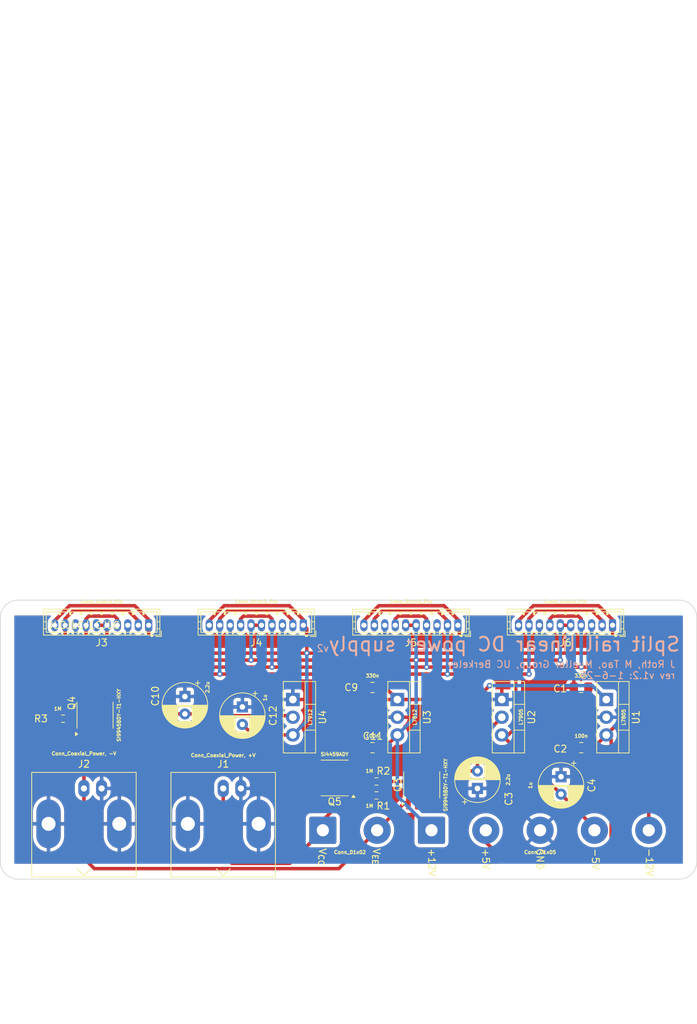
<source format=kicad_pcb>
(kicad_pcb (version 20240108) (generator "pcbnew") (generator_version "8.0")
  (layers (0 "F.Cu" signal) (31 "B.Cu" signal) (34 "B.Paste" user) (35 "F.Paste" user) (36 "B.SilkS" user "B.Silkscreen") (37 "F.SilkS" user "F.Silkscreen") (38 "B.Mask" user) (39 "F.Mask" user) (44 "Edge.Cuts" user))
  (net 0 "")
  (net 1 "VCC")
  (net 2 "GND")
  (net 3 "+12V")
  (net 4 "+5V")
  (net 5 "-5V")
  (net 6 "-12V")
  (net 7 "VEE")
  (net 8 "Net-(Q5-S)")
  (net 9 "Net-(Q3-S)")
  (net 10 "Net-(Q4-S)")
  (net 11 "Net-(Q3-G)")
  (net 12 "Net-(Q4-G)")
  (net 13 "Net-(Q5-G)")
  (footprint "matterwaves:BNC_Molex_0731385033" (layer "F.Cu") (at 97 143 180)
    (property "Reference" "J2" (at 0 3.5 0) (layer "F.SilkS"))
    (property "Value" "Conn_Coaxial_Power, -V" (at 0 5 0) (layer "F.SilkS") (effects (font (size 0.5 0.5) (thickness 0.125))))
    (pad "1" thru_hole oval (at 0 0 180) (size 1.6 2.5) (drill 0.89) (layers "*.Cu" "*.Mask") (net 7 "VEE"))
    (pad "2" thru_hole oval (at -5.08 -5.08 180) (size 3.5 7) (drill 2.01) (layers "*.Cu" "*.Mask") (net 2 "GND"))
    (pad "2" thru_hole oval (at -2.54 0 180) (size 1.6 2.5) (drill 0.89) (layers "*.Cu" "*.Mask") (net 2 "GND"))
    (pad "2" thru_hole oval (at 5.08 -5.08 180) (size 3.5 7) (drill 2.01) (layers "*.Cu" "*.Mask") (net 2 "GND"))
  )
  (footprint "Connector_JST:JST_ZH_B10B-ZR_1x10_P1.50mm_Vertical" (layer "F.Cu") (at 150.7 119.6 180)
    (property "Reference" "J5" (at 6.75 -2.5 180) (layer "F.SilkS"))
    (property "Value" "Conn_01x10_Pin" (at 6.75 3.4 180) (layer "F.SilkS") (effects (font (size 0.5 0.5))))
    (pad "1" thru_hole roundrect (at 0 0 180) (size 1.03 1.73) (drill 0.73) (layers "*.Cu" "*.Mask") (roundrect_rratio 0.242718) (net 6 "-12V"))
    (pad "2" thru_hole oval (at 1.5 0 180) (size 1.03 1.73) (drill 0.73) (layers "*.Cu" "*.Mask") (net 5 "-5V"))
    (pad "3" thru_hole oval (at 3 0 180) (size 1.03 1.73) (drill 0.73) (layers "*.Cu" "*.Mask") (net 2 "GND"))
    (pad "4" thru_hole oval (at 4.5 0 180) (size 1.03 1.73) (drill 0.73) (layers "*.Cu" "*.Mask") (net 4 "+5V"))
    (pad "5" thru_hole oval (at 6 0 180) (size 1.03 1.73) (drill 0.73) (layers "*.Cu" "*.Mask") (net 3 "+12V"))
    (pad "6" thru_hole oval (at 7.5 0 180) (size 1.03 1.73) (drill 0.73) (layers "*.Cu" "*.Mask") (net 3 "+12V"))
    (pad "7" thru_hole oval (at 9 0 180) (size 1.03 1.73) (drill 0.73) (layers "*.Cu" "*.Mask") (net 4 "+5V"))
    (pad "8" thru_hole oval (at 10.5 0 180) (size 1.03 1.73) (drill 0.73) (layers "*.Cu" "*.Mask") (net 2 "GND"))
    (pad "9" thru_hole oval (at 12 0 180) (size 1.03 1.73) (drill 0.73) (layers "*.Cu" "*.Mask") (net 5 "-5V"))
    (pad "10" thru_hole oval (at 13.5 0 180) (size 1.03 1.73) (drill 0.73) (layers "*.Cu" "*.Mask") (net 6 "-12V"))
  )
  (footprint "Package_SO:SOIC-8_3.9x4.9mm_P1.27mm" (layer "F.Cu") (at 133 141.5 180)
    (property "Reference" "Q5" (at 0 -3.4 0) (layer "F.SilkS"))
    (property "Value" "SI4459ADY" (at 0 3.4 0) (layer "F.SilkS") (effects (font (size 0.5 0.5))))
    (pad "1" smd roundrect (at -2.475 -1.905 180) (size 1.95 0.6) (layers "F.Cu" "F.Paste" "F.Mask") (net 1 "VCC"))
    (pad "2" smd roundrect (at -2.475 -0.635 180) (size 1.95 0.6) (layers "F.Cu" "F.Paste" "F.Mask") (net 13 "Net-(Q5-G)"))
    (pad "3" smd roundrect (at -2.475 0.635 180) (size 1.95 0.6) (layers "F.Cu" "F.Paste" "F.Mask") (net 8 "Net-(Q5-S)"))
    (pad "4" smd roundrect (at -2.475 1.905 180) (size 1.95 0.6) (layers "F.Cu" "F.Paste" "F.Mask"))
    (pad "5" smd roundrect (at 2.475 1.905 180) (size 1.95 0.6) (layers "F.Cu" "F.Paste" "F.Mask"))
    (pad "6" smd roundrect (at 2.475 0.635 180) (size 1.95 0.6) (layers "F.Cu" "F.Paste" "F.Mask"))
    (pad "7" smd roundrect (at 2.475 -0.635 180) (size 1.95 0.6) (layers "F.Cu" "F.Paste" "F.Mask"))
    (pad "8" smd roundrect (at 2.475 -1.905 180) (size 1.95 0.6) (layers "F.Cu" "F.Paste" "F.Mask"))
  )
  (footprint "matterwaves:BNC_Molex_0731385033" (layer "F.Cu") (at 117 143 180)
    (property "Reference" "J1" (at 0 3.5 0) (layer "F.SilkS"))
    (property "Value" "Conn_Coaxial_Power, +V" (at 0 4.75 0) (layer "F.SilkS") (effects (font (size 0.5 0.5) (thickness 0.125))))
    (pad "1" thru_hole oval (at 0 0 180) (size 1.6 2.5) (drill 0.89) (layers "*.Cu" "*.Mask") (net 1 "VCC"))
    (pad "2" thru_hole oval (at -5.08 -5.08 180) (size 3.5 7) (drill 2.01) (layers "*.Cu" "*.Mask") (net 2 "GND"))
    (pad "2" thru_hole oval (at -2.54 0 180) (size 1.6 2.5) (drill 0.89) (layers "*.Cu" "*.Mask") (net 2 "GND"))
    (pad "2" thru_hole oval (at 5.08 -5.08 180) (size 3.5 7) (drill 2.01) (layers "*.Cu" "*.Mask") (net 2 "GND"))
  )
  (footprint "Package_TO_SOT_THT:TO-220-3_Vertical" (layer "F.Cu") (at 142 130.25 -90)
    (property "Reference" "U3" (at 2.54 -4.27 90) (layer "F.SilkS"))
    (property "Value" "L7812" (at 2.54 -2.5 90) (layer "F.SilkS") (effects (font (size 0.5 0.5))))
    (pad "1" thru_hole rect (at 0 0 270) (size 1.905 2) (drill 1.1) (layers "*.Cu" "*.Mask") (net 8 "Net-(Q5-S)"))
    (pad "2" thru_hole oval (at 2.54 0 270) (size 1.905 2) (drill 1.1) (layers "*.Cu" "*.Mask") (net 2 "GND"))
    (pad "3" thru_hole oval (at 5.08 0 270) (size 1.905 2) (drill 1.1) (layers "*.Cu" "*.Mask") (net 3 "+12V"))
  )
  (footprint "Capacitor_SMD:C_0805_2012Metric_Pad1.18x1.45mm_HandSolder" (layer "F.Cu") (at 138.43 137.16 180)
    (property "Reference" "C11" (at -0.07 1.66 0) (layer "F.SilkS"))
    (property "Value" "100n" (at 0 1.68 0) (layer "F.SilkS") (effects (font (size 0.5 0.5))))
    (pad "1" smd roundrect (at -1.0375 0 180) (size 1.175 1.45) (layers "F.Cu" "F.Paste" "F.Mask") (roundrect_rratio 0.212766) (net 3 "+12V"))
    (pad "2" smd roundrect (at 1.0375 0 180) (size 1.175 1.45) (layers "F.Cu" "F.Paste" "F.Mask") (roundrect_rratio 0.212766) (net 2 "GND"))
  )
  (footprint "Capacitor_SMD:C_0805_2012Metric_Pad1.18x1.45mm_HandSolder" (layer "F.Cu") (at 168.3805 128.524 180)
    (property "Reference" "C1" (at 3 -0.17 0) (layer "F.SilkS"))
    (property "Value" "330n" (at 0 1.68 0) (layer "F.SilkS") (effects (font (size 0.5 0.5))))
    (pad "1" smd roundrect (at -1.0375 0 180) (size 1.175 1.45) (layers "F.Cu" "F.Paste" "F.Mask") (roundrect_rratio 0.2127659574) (net 8 "Net-(Q5-S)"))
    (pad "2" smd roundrect (at 1.0375 0 180) (size 1.175 1.45) (layers "F.Cu" "F.Paste" "F.Mask") (roundrect_rratio 0.2127659574) (net 2 "GND"))
  )
  (footprint "Resistor_SMD:R_0603_1608Metric" (layer "F.Cu") (at 94 133 180)
    (property "Reference" "R3" (at 3.175 0 0) (layer "F.SilkS"))
    (property "Value" "1M" (at 0.75 1.43 0) (layer "F.SilkS") (effects (font (size 0.5 0.5))))
    (pad "1" smd roundrect (at -0.825 0 180) (size 0.8 0.95) (layers "F.Cu" "F.Paste" "F.Mask") (net 12 "Net-(Q4-G)"))
    (pad "2" smd roundrect (at 0.825 0 180) (size 0.8 0.95) (layers "F.Cu" "F.Paste" "F.Mask") (net 2 "GND"))
  )
  (footprint "Capacitor_SMD:C_0805_2012Metric_Pad1.18x1.45mm_HandSolder" (layer "F.Cu") (at 168.402 137.16 180)
    (property "Reference" "C2" (at 3 -0.17 0) (layer "F.SilkS"))
    (property "Value" "100n" (at 0 1.68 0) (layer "F.SilkS") (effects (font (size 0.5 0.5))))
    (pad "1" smd roundrect (at -1.0375 0 180) (size 1.175 1.45) (layers "F.Cu" "F.Paste" "F.Mask") (roundrect_rratio 0.2127659574) (net 4 "+5V"))
    (pad "2" smd roundrect (at 1.0375 0 180) (size 1.175 1.45) (layers "F.Cu" "F.Paste" "F.Mask") (roundrect_rratio 0.2127659574) (net 2 "GND"))
  )
  (footprint "Connector_Wire:SolderWire-1sqmm_1x02_P7.8mm_D1.4mm_OD3.9mm" (layer "F.Cu") (at 131.3 149)
    (property "Reference" "J8" (hide yes))
    (property "Value" "Conn_01x02" (at 3.9 3.15 0) (layer "F.SilkS") (effects (font (size 0.5 0.5))))
    (pad "1" thru_hole roundrect (at 0 0) (size 3.9 3.9) (drill 1.75) (layers "*.Cu" "*.Mask") (roundrect_rratio 0.064103) (net 1 "VCC"))
    (pad "2" thru_hole circle (at 7.8 0) (size 3.9 3.9) (drill 1.75) (layers "*.Cu" "*.Mask") (net 7 "VEE"))
  )
  (footprint "Connector_JST:JST_ZH_B10B-ZR_1x10_P1.50mm_Vertical" (layer "F.Cu") (at 172.9 119.6 180)
    (property "Reference" "J6" (at 6.75 -2.5 180) (layer "F.SilkS"))
    (property "Value" "Conn_01x10_Pin" (at 6.75 3.4 180) (layer "F.SilkS") (effects (font (size 0.5 0.5))))
    (pad "1" thru_hole roundrect (at 0 0 180) (size 1.03 1.73) (drill 0.73) (layers "*.Cu" "*.Mask") (roundrect_rratio 0.242718) (net 6 "-12V"))
    (pad "2" thru_hole oval (at 1.5 0 180) (size 1.03 1.73) (drill 0.73) (layers "*.Cu" "*.Mask") (net 5 "-5V"))
    (pad "3" thru_hole oval (at 3 0 180) (size 1.03 1.73) (drill 0.73) (layers "*.Cu" "*.Mask") (net 2 "GND"))
    (pad "4" thru_hole oval (at 4.5 0 180) (size 1.03 1.73) (drill 0.73) (layers "*.Cu" "*.Mask") (net 4 "+5V"))
    (pad "5" thru_hole oval (at 6 0 180) (size 1.03 1.73) (drill 0.73) (layers "*.Cu" "*.Mask") (net 3 "+12V"))
    (pad "6" thru_hole oval (at 7.5 0 180) (size 1.03 1.73) (drill 0.73) (layers "*.Cu" "*.Mask") (net 3 "+12V"))
    (pad "7" thru_hole oval (at 9 0 180) (size 1.03 1.73) (drill 0.73) (layers "*.Cu" "*.Mask") (net 4 "+5V"))
    (pad "8" thru_hole oval (at 10.5 0 180) (size 1.03 1.73) (drill 0.73) (layers "*.Cu" "*.Mask") (net 2 "GND"))
    (pad "9" thru_hole oval (at 12 0 180) (size 1.03 1.73) (drill 0.73) (layers "*.Cu" "*.Mask") (net 5 "-5V"))
    (pad "10" thru_hole oval (at 13.5 0 180) (size 1.03 1.73) (drill 0.73) (layers "*.Cu" "*.Mask") (net 6 "-12V"))
  )
  (footprint "Package_TO_SOT_THT:TO-220-3_Vertical" (layer "F.Cu") (at 127 130.25 -90)
    (property "Reference" "U4" (at 2.54 -4.27 90) (layer "F.SilkS"))
    (property "Value" "L7912" (at 2.54 -2.5 90) (layer "F.SilkS") (effects (font (size 0.5 0.5))))
    (pad "1" thru_hole rect (at 0 0 270) (size 1.905 2) (drill 1.1) (layers "*.Cu" "*.Mask") (net 2 "GND"))
    (pad "2" thru_hole oval (at 2.54 0 270) (size 1.905 2) (drill 1.1) (layers "*.Cu" "*.Mask") (net 10 "Net-(Q4-S)"))
    (pad "3" thru_hole oval (at 5.08 0 270) (size 1.905 2) (drill 1.1) (layers "*.Cu" "*.Mask") (net 6 "-12V"))
  )
  (footprint "Resistor_SMD:R_0603_1608Metric" (layer "F.Cu") (at 139 144)
    (property "Reference" "R1" (at 1 1.5 0) (layer "F.SilkS"))
    (property "Value" "1M" (at -1 1.5 0) (layer "F.SilkS") (effects (font (size 0.5 0.5))))
    (pad "1" smd roundrect (at -0.825 0) (size 0.8 0.95) (layers "F.Cu" "F.Paste" "F.Mask") (net 13 "Net-(Q5-G)"))
    (pad "2" smd roundrect (at 0.825 0) (size 0.8 0.95) (layers "F.Cu" "F.Paste" "F.Mask") (net 2 "GND"))
  )
  (footprint "Capacitor_THT:CP_Radial_D6.3mm_P2.50mm" (layer "F.Cu") (at 111.5 129.817621 -90)
    (property "Reference" "C10" (at -0.067621 4.25 90) (layer "F.SilkS"))
    (property "Value" "2.2u" (at -1.317621 -3.25 90) (layer "F.SilkS") (effects (font (size 0.5 0.5))))
    (pad "1" thru_hole rect (at 0 0 270) (size 1.6 1.6) (drill 0.8) (layers "*.Cu" "*.Mask") (net 2 "GND"))
    (pad "2" thru_hole circle (at 2.5 0 270) (size 1.6 1.6) (drill 0.8) (layers "*.Cu" "*.Mask") (net 10 "Net-(Q4-S)"))
  )
  (footprint "Connector_Wire:SolderWire-1sqmm_1x05_P7.8mm_D1.4mm_OD3.9mm" (layer "F.Cu") (at 146.9 149)
    (property "Reference" "J7" (hide yes))
    (property "Value" "Conn_01x05" (at 15.6 3.15 0) (layer "F.SilkS") (effects (font (size 0.5 0.5))))
    (pad "1" thru_hole roundrect (at 0 0) (size 3.9 3.9) (drill 1.75) (layers "*.Cu" "*.Mask") (roundrect_rratio 0.064103) (net 3 "+12V"))
    (pad "2" thru_hole circle (at 7.8 0) (size 3.9 3.9) (drill 1.75) (layers "*.Cu" "*.Mask") (net 4 "+5V"))
    (pad "3" thru_hole circle (at 15.6 0) (size 3.9 3.9) (drill 1.75) (layers "*.Cu" "*.Mask") (net 2 "GND"))
    (pad "4" thru_hole circle (at 23.4 0) (size 3.9 3.9) (drill 1.75) (layers "*.Cu" "*.Mask") (net 5 "-5V"))
    (pad "5" thru_hole circle (at 31.2 0) (size 3.9 3.9) (drill 1.75) (layers "*.Cu" "*.Mask") (net 6 "-12V"))
  )
  (footprint "Capacitor_SMD:C_0805_2012Metric_Pad1.18x1.45mm_HandSolder" (layer "F.Cu") (at 138.43 128.524 180)
    (property "Reference" "C9" (at 3.048 0 0) (layer "F.SilkS"))
    (property "Value" "330n" (at 0 1.68 0) (layer "F.SilkS") (effects (font (size 0.5 0.5))))
    (pad "1" smd roundrect (at -1.0375 0 180) (size 1.175 1.45) (layers "F.Cu" "F.Paste" "F.Mask") (roundrect_rratio 0.212766) (net 8 "Net-(Q5-S)"))
    (pad "2" smd roundrect (at 1.0375 0 180) (size 1.175 1.45) (layers "F.Cu" "F.Paste" "F.Mask") (roundrect_rratio 0.212766) (net 2 "GND"))
  )
  (footprint "Connector_JST:JST_ZH_B10B-ZR_1x10_P1.50mm_Vertical" (layer "F.Cu") (at 128.5 119.6 180)
    (property "Reference" "J4" (at 6.75 -2.5 180) (layer "F.SilkS"))
    (property "Value" "Conn_01x10_Pin" (at 6.75 3.4 180) (layer "F.SilkS") (effects (font (size 0.5 0.5))))
    (pad "1" thru_hole roundrect (at 0 0 180) (size 1.03 1.73) (drill 0.73) (layers "*.Cu" "*.Mask") (roundrect_rratio 0.242718) (net 6 "-12V"))
    (pad "2" thru_hole oval (at 1.5 0 180) (size 1.03 1.73) (drill 0.73) (layers "*.Cu" "*.Mask") (net 5 "-5V"))
    (pad "3" thru_hole oval (at 3 0 180) (size 1.03 1.73) (drill 0.73) (layers "*.Cu" "*.Mask") (net 2 "GND"))
    (pad "4" thru_hole oval (at 4.5 0 180) (size 1.03 1.73) (drill 0.73) (layers "*.Cu" "*.Mask") (net 4 "+5V"))
    (pad "5" thru_hole oval (at 6 0 180) (size 1.03 1.73) (drill 0.73) (layers "*.Cu" "*.Mask") (net 3 "+12V"))
    (pad "6" thru_hole oval (at 7.5 0 180) (size 1.03 1.73) (drill 0.73) (layers "*.Cu" "*.Mask") (net 3 "+12V"))
    (pad "7" thru_hole oval (at 9 0 180) (size 1.03 1.73) (drill 0.73) (layers "*.Cu" "*.Mask") (net 4 "+5V"))
    (pad "8" thru_hole oval (at 10.5 0 180) (size 1.03 1.73) (drill 0.73) (layers "*.Cu" "*.Mask") (net 2 "GND"))
    (pad "9" thru_hole oval (at 12 0 180) (size 1.03 1.73) (drill 0.73) (layers "*.Cu" "*.Mask") (net 5 "-5V"))
    (pad "10" thru_hole oval (at 13.5 0 180) (size 1.03 1.73) (drill 0.73) (layers "*.Cu" "*.Mask") (net 6 "-12V"))
  )
  (footprint "Package_SO:SOP-8_3.76x4.96mm_P1.27mm" (layer "F.Cu") (at 145.5 142.5 90)
    (property "Reference" "Q3" (at 0 -3.43 90) (layer "F.SilkS"))
    (property "Value" "SI9945BDY-T1-HXY" (at 0 3.43 90) (layer "F.SilkS") (effects (font (size 0.5 0.5))))
    (pad "1" smd roundrect (at -2.5375 -1.905 90) (size 1.975 0.65) (layers "F.Cu" "F.Paste" "F.Mask") (net 7 "VEE"))
    (pad "2" smd roundrect (at -2.5375 -0.635 90) (size 1.975 0.65) (layers "F.Cu" "F.Paste" "F.Mask") (net 11 "Net-(Q3-G)"))
    (pad "3" smd roundrect (at -2.5375 0.635 90) (size 1.975 0.65) (layers "F.Cu" "F.Paste" "F.Mask") (net 9 "Net-(Q3-S)"))
    (pad "4" smd roundrect (at -2.5375 1.905 90) (size 1.975 0.65) (layers "F.Cu" "F.Paste" "F.Mask"))
    (pad "5" smd roundrect (at 2.5375 1.905 90) (size 1.975 0.65) (layers "F.Cu" "F.Paste" "F.Mask"))
    (pad "6" smd roundrect (at 2.5375 0.635 90) (size 1.975 0.65) (layers "F.Cu" "F.Paste" "F.Mask"))
    (pad "7" smd roundrect (at 2.5375 -0.635 90) (size 1.975 0.65) (layers "F.Cu" "F.Paste" "F.Mask"))
    (pad "8" smd roundrect (at 2.5375 -1.905 90) (size 1.975 0.65) (layers "F.Cu" "F.Paste" "F.Mask"))
  )
  (footprint "Capacitor_THT:CP_Radial_D6.3mm_P2.50mm" (layer "F.Cu") (at 165.5 141.317621 -90)
    (property "Reference" "C4" (at 1.25 -4.4 90) (layer "F.SilkS"))
    (property "Value" "1u" (at 1.25 4.4 90) (layer "F.SilkS") (effects (font (size 0.5 0.5))))
    (pad "1" thru_hole rect (at 0 0 270) (size 1.6 1.6) (drill 0.8) (layers "*.Cu" "*.Mask") (net 2 "GND"))
    (pad "2" thru_hole circle (at 2.5 0 270) (size 1.6 1.6) (drill 0.8) (layers "*.Cu" "*.Mask") (net 5 "-5V"))
  )
  (footprint "Package_TO_SOT_THT:TO-220-3_Vertical" (layer "F.Cu") (at 157 130.25 -90)
    (property "Reference" "U2" (at 2.54 -4.27 90) (layer "F.SilkS"))
    (property "Value" "L7905" (at 2.5 -2.75 90) (layer "F.SilkS") (effects (font (size 0.5 0.5))))
    (pad "1" thru_hole rect (at 0 0 270) (size 1.905 2) (drill 1.1) (layers "*.Cu" "*.Mask") (net 2 "GND"))
    (pad "2" thru_hole oval (at 2.54 0 270) (size 1.905 2) (drill 1.1) (layers "*.Cu" "*.Mask") (net 9 "Net-(Q3-S)"))
    (pad "3" thru_hole oval (at 5.08 0 270) (size 1.905 2) (drill 1.1) (layers "*.Cu" "*.Mask") (net 5 "-5V"))
  )
  (footprint "Package_TO_SOT_THT:TO-220-3_Vertical" (layer "F.Cu") (at 172 130.25 -90)
    (property "Reference" "U1" (at 2.54 -4.27 90) (layer "F.SilkS"))
    (property "Value" "L7805" (at 2.54 -2.5 90) (layer "F.SilkS") (effects (font (size 0.5 0.5))))
    (pad "1" thru_hole rect (at 0 0 270) (size 1.905 2) (drill 1.1) (layers "*.Cu" "*.Mask") (net 8 "Net-(Q5-S)"))
    (pad "2" thru_hole oval (at 2.54 0 270) (size 1.905 2) (drill 1.1) (layers "*.Cu" "*.Mask") (net 2 "GND"))
    (pad "3" thru_hole oval (at 5.08 0 270) (size 1.905 2) (drill 1.1) (layers "*.Cu" "*.Mask") (net 4 "+5V"))
  )
  (footprint "Capacitor_THT:CP_Radial_D6.3mm_P2.50mm" (layer "F.Cu") (at 153.5 143 90)
    (property "Reference" "C3" (at -1.5 4.5 90) (layer "F.SilkS"))
    (property "Value" "2.2u" (at 1.25 4.4 90) (layer "F.SilkS") (effects (font (size 0.5 0.5))))
    (pad "1" thru_hole rect (at 0 0 90) (size 1.6 1.6) (drill 0.8) (layers "*.Cu" "*.Mask") (net 2 "GND"))
    (pad "2" thru_hole circle (at 2.5 0 90) (size 1.6 1.6) (drill 0.8) (layers "*.Cu" "*.Mask") (net 9 "Net-(Q3-S)"))
  )
  (footprint "Resistor_SMD:R_0603_1608Metric" (layer "F.Cu") (at 139 142 180)
    (property "Reference" "R2" (at -1 1.5 0) (layer "F.SilkS"))
    (property "Value" "1M" (at 1 1.5 0) (layer "F.SilkS") (effects (font (size 0.5 0.5))))
    (pad "1" smd roundrect (at -0.825 0 180) (size 0.8 0.95) (layers "F.Cu" "F.Paste" "F.Mask") (net 11 "Net-(Q3-G)"))
    (pad "2" smd roundrect (at 0.825 0 180) (size 0.8 0.95) (layers "F.Cu" "F.Paste" "F.Mask") (net 2 "GND"))
  )
  (footprint "Package_SO:SOP-8_3.76x4.96mm_P1.27mm" (layer "F.Cu") (at 98.595 132.5 90)
    (property "Reference" "Q4" (at 1.75 -3.345 90) (layer "F.SilkS"))
    (property "Value" "SI9945BDY-T1-HXY" (at 0 3.43 90) (layer "F.SilkS") (effects (font (size 0.5 0.5))))
    (pad "1" smd roundrect (at -2.5375 -1.905 90) (size 1.975 0.65) (layers "F.Cu" "F.Paste" "F.Mask") (net 7 "VEE"))
    (pad "2" smd roundrect (at -2.5375 -0.635 90) (size 1.975 0.65) (layers "F.Cu" "F.Paste" "F.Mask") (net 12 "Net-(Q4-G)"))
    (pad "3" smd roundrect (at -2.5375 0.635 90) (size 1.975 0.65) (layers "F.Cu" "F.Paste" "F.Mask") (net 10 "Net-(Q4-S)"))
    (pad "4" smd roundrect (at -2.5375 1.905 90) (size 1.975 0.65) (layers "F.Cu" "F.Paste" "F.Mask"))
    (pad "5" smd roundrect (at 2.5375 1.905 90) (size 1.975 0.65) (layers "F.Cu" "F.Paste" "F.Mask"))
    (pad "6" smd roundrect (at 2.5375 0.635 90) (size 1.975 0.65) (layers "F.Cu" "F.Paste" "F.Mask"))
    (pad "7" smd roundrect (at 2.5375 -0.635 90) (size 1.975 0.65) (layers "F.Cu" "F.Paste" "F.Mask"))
    (pad "8" smd roundrect (at 2.5375 -1.905 90) (size 1.975 0.65) (layers "F.Cu" "F.Paste" "F.Mask"))
  )
  (footprint "Capacitor_THT:CP_Radial_D6.3mm_P2.50mm" (layer "F.Cu") (at 119.75 131.317621 -90)
    (property "Reference" "C12" (at 1.25 -4.4 90) (layer "F.SilkS"))
    (property "Value" "1u" (at -1.317621 -3.25 90) (layer "F.SilkS") (effects (font (size 0.5 0.5))))
    (pad "1" thru_hole rect (at 0 0 270) (size 1.6 1.6) (drill 0.8) (layers "*.Cu" "*.Mask") (net 2 "GND"))
    (pad "2" thru_hole circle (at 2.5 0 270) (size 1.6 1.6) (drill 0.8) (layers "*.Cu" "*.Mask") (net 6 "-12V"))
  )
  (footprint "Connector_JST:JST_ZH_B10B-ZR_1x10_P1.50mm_Vertical" (layer "F.Cu") (at 106.3 119.6 180)
    (property "Reference" "J3" (at 6.75 -2.5 180) (layer "F.SilkS"))
    (property "Value" "Conn_01x10_Pin" (at 6.75 3.4 180) (layer "F.SilkS") (effects (font (size 0.5 0.5))))
    (pad "1" thru_hole roundrect (at 0 0 180) (size 1.03 1.73) (drill 0.73) (layers "*.Cu" "*.Mask") (roundrect_rratio 0.242718) (net 6 "-12V"))
    (pad "2" thru_hole oval (at 1.5 0 180) (size 1.03 1.73) (drill 0.73) (layers "*.Cu" "*.Mask") (net 5 "-5V"))
    (pad "3" thru_hole oval (at 3 0 180) (size 1.03 1.73) (drill 0.73) (layers "*.Cu" "*.Mask") (net 2 "GND"))
    (pad "4" thru_hole oval (at 4.5 0 180) (size 1.03 1.73) (drill 0.73) (layers "*.Cu" "*.Mask") (net 4 "+5V"))
    (pad "5" thru_hole oval (at 6 0 180) (size 1.03 1.73) (drill 0.73) (layers "*.Cu" "*.Mask") (net 3 "+12V"))
    (pad "6" thru_hole oval (at 7.5 0 180) (size 1.03 1.73) (drill 0.73) (layers "*.Cu" "*.Mask") (net 3 "+12V"))
    (pad "7" thru_hole oval (at 9 0 180) (size 1.03 1.73) (drill 0.73) (layers "*.Cu" "*.Mask") (net 4 "+5V"))
    (pad "8" thru_hole oval (at 10.5 0 180) (size 1.03 1.73) (drill 0.73) (layers "*.Cu" "*.Mask") (net 2 "GND"))
    (pad "9" thru_hole oval (at 12 0 180) (size 1.03 1.73) (drill 0.73) (layers "*.Cu" "*.Mask") (net 5 "-5V"))
    (pad "10" thru_hole oval (at 13.5 0 180) (size 1.03 1.73) (drill 0.73) (layers "*.Cu" "*.Mask") (net 6 "-12V"))
  )
  (gr_arc (start 87.5 156) (mid 85.732233 155.267767) (end 85 153.5) (stroke (width 0.1)) (layer "Edge.Cuts"))
  (gr_line (start 185 118.5) (end 185 153.5) (stroke (width 0.1)) (layer "Edge.Cuts"))
  (gr_line (start 87.5 116) (end 182.5 116) (stroke (width 0.1)) (layer "Edge.Cuts"))
  (gr_arc (start 182.5 116) (mid 184.267767 116.732233) (end 185 118.5) (stroke (width 0.1)) (layer "Edge.Cuts"))
  (gr_line (start 87.5 156) (end 182.5 156) (stroke (width 0.1)) (layer "Edge.Cuts"))
  (gr_arc (start 185 153.5) (mid 184.267767 155.267767) (end 182.5 156) (stroke (width 0.1)) (layer "Edge.Cuts"))
  (gr_arc (start 85 118.5) (mid 85.732233 116.732233) (end 87.5 116) (stroke (width 0.1)) (layer "Edge.Cuts"))
  (gr_line (start 85 118.5) (end 85 153.5) (stroke (width 0.1)) (layer "Edge.Cuts"))
  (gr_text "J Roth, M Tao, Mueller Group, UC Berkeley\nrev v1.2: 1-6-25" (at 182 126 0) (layer "B.SilkS") (effects (font (size 1 1)) (justify left mirror)))
  (gr_text "Split rail linear DC power supply" (at 182.75 123.5 0) (layer "B.SilkS") (effects (font (size 2 2) (thickness 0.3)) (justify left bottom mirror)))
  (gr_text "v2" (at 132.25 123.5 0) (layer "B.SilkS") (effects (font (size 1 1)) (justify left bottom mirror)))
  (gr_text "+5V" (at 154.7 151.5 270) (layer "F.SilkS") (effects (font (size 1 1)) (justify left)))
  (gr_text "GND" (at 162.5 151.5 270) (layer "F.SilkS") (effects (font (size 1 1)) (justify left)))
  (gr_text "-12V" (at 178.2 151.5 270) (layer "F.SilkS") (effects (font (size 1 1)) (justify left)))
  (gr_text "+12V" (at 146.95 151.5 270) (layer "F.SilkS") (effects (font (size 1 1)) (justify left)))
  (gr_text "JLCJLCJLCJLC" (at 97 119.6 0) (layer "F.SilkS") (effects (font (size 1 1))))
  (gr_text "V_{EE}" (at 139 151.5 270) (layer "F.SilkS") (effects (font (size 1 1)) (justify left)))
  (gr_text "-5V" (at 170.45 151.5 270) (layer "F.SilkS") (effects (font (size 1 1)) (justify left)))
  (gr_text "V_{CC}" (at 131.25 151.5 270) (layer "F.SilkS") (effects (font (size 1 1)) (justify left)))
  (segment (start 117 152.5) (end 118.25 153.75) (width 0.5) (layer "F.Cu") (net 1))
  (segment (start 117 143) (end 117 152.5) (width 0.5) (layer "F.Cu") (net 1))
  (segment (start 131.3 149) (end 131.3 147.58) (width 0.5) (layer "F.Cu") (net 1))
  (segment (start 118.25 153.75) (end 126.55 153.75) (width 0.5) (layer "F.Cu") (net 1))
  (segment (start 131.3 147.58) (end 135.475 143.405) (width 0.5) (layer "F.Cu") (net 1))
  (segment (start 126.55 153.75) (end 131.3 149) (width 0.5) (layer "F.Cu") (net 1))
  (segment (start 121 124.6) (end 102.7 124.6) (width 0.5) (layer "F.Cu") (net 3))
  (segment (start 144.7 119.6) (end 143.2 119.6) (width 0.5) (layer "F.Cu") (net 3))
  (segment (start 139.4675 137.16) (end 140.17 137.16) (width 0.5) (layer "F.Cu") (net 3))
  (segment (start 100.3 122.2) (end 100.3 119.6) (width 0.5) (layer "F.Cu") (net 3))
  (segment (start 122.5 119.6) (end 121 119.6) (width 0.5) (layer "F.Cu") (net 3))
  (segment (start 140.17 137.16) (end 142 135.33) (width 0.5) (layer "F.Cu") (net 3))
  (segment (start 102.7 124.6) (end 100.3 122.2) (width 0.5) (layer "F.Cu") (net 3))
  (segment (start 144.7 124.6) (end 165.4 124.6) (width 0.5) (layer "F.Cu") (net 3))
  (segment (start 121 124.6) (end 144.7 124.6) (width 0.5) (layer "F.Cu") (net 3))
  (segment (start 100.3 119.6) (end 98.8 119.6) (width 0.5) (layer "F.Cu") (net 3))
  (segment (start 166.9 119.6) (end 165.4 119.6) (width 0.5) (layer "F.Cu") (net 3))
  (via (at 144.7 124.6) (size 0.8) (drill 0.4) (layers "F.Cu" "B.Cu") (net 3))
  (via (at 165.4 124.6) (size 0.8) (drill 0.4) (layers "F.Cu" "B.Cu") (net 3))
  (via (at 121 124.6) (size 0.8) (drill 0.4) (layers "F.Cu" "B.Cu") (net 3))
  (segment (start 142 144.1) (end 146.9 149) (width 0.5) (layer "B.Cu") (net 3))
  (segment (start 144.7 124.6) (end 144.7 132.63) (width 0.5) (layer "B.Cu") (net 3))
  (segment (start 165.4 124.6) (end 165.4 119.6) (width 0.5) (layer "B.Cu") (net 3))
  (segment (start 142 135.33) (end 142 144.1) (width 0.5) (layer "B.Cu") (net 3))
  (segment (start 144.7 132.63) (end 142 135.33) (width 0.5) (layer "B.Cu") (net 3))
  (segment (start 121 124.6) (end 121 119.6) (width 0.5) (layer "B.Cu") (net 3))
  (segment (start 144.7 124.6) (end 144.7 119.6) (width 0.5) (layer "B.Cu") (net 3))
  (segment (start 100.6 125.6) (end 124 125.6) (width 0.5) (layer "F.Cu") (net 4))
  (segment (start 101.385 118.285) (end 101.8 118.7) (width 0.5) (layer "F.Cu") (net 4))
  (segment (start 168.4 125.6) (end 172.6 125.6) (width 0.5) (layer "F.Cu") (net 4))
  (segment (start 119.5 118.7) (end 119.915 118.285) (width 0.5) (layer "F.Cu") (net 4))
  (segment (start 141.7 118.7) (end 142.115 118.285) (width 0.5) (layer "F.Cu") (net 4))
  (segment (start 169.4395 137.16) (end 170.17 137.16) (width 0.5) (layer "F.Cu") (net 4))
  (segment (start 124 118.7) (end 124 119.6) (width 0.5) (layer "F.Cu") (net 4))
  (segment (start 124 125.6) (end 146.2 125.6) (width 0.5) (layer "F.Cu") (net 4))
  (segment (start 172 135.33) (end 172.7 136.03) (width 0.5) (layer "F.Cu") (net 4))
  (segment (start 123.585 118.285) (end 124 118.7) (width 0.5) (layer "F.Cu") (net 4))
  (segment (start 168.4 118.7) (end 168.4 119.6) (width 0.5) (layer "F.Cu") (net 4))
  (segment (start 163.9 118.7) (end 164.315 118.285) (width 0.5) (layer "F.Cu") (net 4))
  (segment (start 119.5 119.6) (end 119.5 118.7) (width 0.5) (layer "F.Cu") (net 4))
  (segment (start 97.3 119.6) (end 97.3 118.7) (width 0.5) (layer "F.Cu") (net 4))
  (segment (start 170.17 137.16) (end 172 135.33) (width 0.5) (layer "F.Cu") (net 4))
  (segment (start 173.75 126.75) (end 173.75 133.58) (width 0.5) (layer "F.Cu") (net 4))
  (segment (start 173.75 133.58) (end 172 135.33) (width 0.5) (layer "F.Cu") (net 4))
  (segment (start 164.315 118.285) (end 167.985 118.285) (width 0.5) (layer "F.Cu") (net 4))
  (segment (start 145.785 118.285) (end 146.2 118.7) (width 0.5) (layer "F.Cu") (net 4))
  (segment (start 97.3 122.3) (end 100.6 125.6) (width 0.5) (layer "F.Cu") (net 4))
  (segment (start 154.7 150.7) (end 154.7 149) (width 0.5) (layer "F.Cu") (net 4))
  (segment (start 141.7 119.6) (end 141.7 118.7) (width 0.5) (layer "F.Cu") (net 4))
  (segment (start 171 153.25) (end 157.25 153.25) (width 0.5) (layer "F.Cu") (net 4))
  (segment (start 101.8 118.7) (end 101.8 119.6) (width 0.5) (layer "F.Cu") (net 4))
  (segment (start 167.985 118.285) (end 168.4 118.7) (width 0.5) (layer "F.Cu") (net 4))
  (segment (start 172.7 151.55) (end 171 153.25) (width 0.5) (layer "F.Cu") (net 4))
  (segment (start 119.915 118.285) (end 123.585 118.285) (width 0.5) (layer "F.Cu") (net 4))
  (segment (start 172.6 125.6) (end 173.75 126.75) (width 0.5) (layer "F.Cu") (net 4))
  (segment (start 146.2 118.7) (end 146.2 119.6) (width 0.5) (layer "F.Cu") (net 4))
  (segment (start 157.25 153.25) (end 154.7 150.7) (width 0.5) (layer "F.Cu") (net 4))
  (segment (start 97.3 118.7) (end 97.715 118.285) (width 0.5) (layer "F.Cu") (net 4))
  (segment (start 97.715 118.285) (end 101.385 118.285) (width 0.5) (layer "F.Cu") (net 4))
  (segment (start 142.115 118.285) (end 145.785 118.285) (width 0.5) (layer "F.Cu") (net 4))
  (segment (start 146.2 125.6) (end 168.4 125.6) (width 0.5) (layer "F.Cu") (net 4))
  (segment (start 172.7 136.03) (end 172.7 151.55) (width 0.5) (layer "F.Cu") (net 4))
  (segment (start 97.3 119.6) (end 97.3 122.3) (width 0.5) (layer "F.Cu") (net 4))
  (segment (start 163.9 119.6) (end 163.9 118.7) (width 0.5) (layer "F.Cu") (net 4))
  (via (at 146.2 125.6) (size 0.8) (drill 0.4) (layers "F.Cu" "B.Cu") (net 4))
  (via (at 124 125.6) (size 0.8) (drill 0.4) (layers "F.Cu" "B.Cu") (net 4))
  (via (at 168.4 125.6) (size 0.8) (drill 0.4) (layers "F.Cu" "B.Cu") (net 4))
  (segment (start 146.2 125.6) (end 146.2 119.6) (width 0.5) (layer "B.Cu") (net 4))
  (segment (start 124 119.6) (end 124 125.6) (width 0.5) (layer "B.Cu") (net 4))
  (segment (start 168.4 125.6) (end 168.4 119.6) (width 0.5) (layer "B.Cu") (net 4))
  (segment (start 160.9 118.665) (end 160.9 119.6) (width 0.5) (layer "F.Cu") (net 5))
  (segment (start 159 134.25) (end 159 126.6) (width 0.5) (layer "F.Cu") (net 5))
  (segment (start 149.2 119.6) (end 149.2 118.935) (width 0.5) (layer "F.Cu") (net 5))
  (segment (start 157.92 135.33) (end 159 134.25) (width 0.5) (layer "F.Cu") (net 5))
  (segment (start 149.2 126.6) (end 159 126.6) (width 0.5) (layer "F.Cu") (net 5))
  (segment (start 149.2 118.935) (end 147.765 117.5) (width 0.5) (layer "F.Cu") (net 5))
  (segment (start 171.4 118.935) (end 169.965 117.5) (width 0.5) (layer "F.Cu") (net 5))
  (segment (start 157 135.33) (end 157.92 135.33) (width 0.5) (layer "F.Cu") (net 5))
  (segment (start 116.5 118.665) (end 116.5 119.6) (width 0.5) (layer "F.Cu") (net 5))
  (segment (start 95.465 117.5) (end 94.3 118.665) (width 0.5) (layer "F.Cu") (net 5))
  (segment (start 157.012379 135.33) (end 157 135.33) (width 0.5) (layer "F.Cu") (net 5))
  (segment (start 94.3 118.665) (end 94.3 119.6) (width 0.5) (layer "F.Cu") (net 5))
  (segment (start 171.4 119.6) (end 171.4 118.935) (width 0.5) (layer "F.Cu") (net 5))
  (segment (start 159 126.6) (end 160.9 126.6) (width 0.5) (layer "F.Cu") (net 5))
  (segment (start 170.3 148.617621) (end 170.3 149) (width 0.5) (layer "F.Cu") (net 5))
  (segment (start 98.5 126.6) (end 94.3 122.4) (width 0.5) (layer "F.Cu") (net 5))
  (segment (start 165.5 143.817621) (end 157.012379 135.33) (width 0.5) (layer "F.Cu") (net 5))
  (segment (start 104.8 118.935) (end 103.365 117.5) (width 0.5) (layer "F.Cu") (net 5))
  (segment (start 169.965 117.5) (end 162.065 117.5) (width 0.5) (layer "F.Cu") (net 5))
  (segment (start 127 119.6) (end 127 118.935) (width 0.5) (layer "F.Cu") (net 5))
  (segment (start 104.8 119.6) (end 104.8 118.935) (width 0.5) (layer "F.Cu") (net 5))
  (segment (start 147.765 117.5) (end 139.865 117.5) (width 0.5) (layer "F.Cu") (net 5))
  (segment (start 117.665 117.5) (end 116.5 118.665) (width 0.5) (layer "F.Cu") (net 5))
  (segment (start 138.7 118.665) (end 138.7 119.6) (width 0.5) (layer "F.Cu") (net 5))
  (segment (start 127 118.935) (end 125.565 117.5) (width 0.5) (layer "F.Cu") (net 5))
  (segment (start 103.365 117.5) (end 95.465 117.5) (width 0.5) (layer "F.Cu") (net 5))
  (segment (start 165.5 143.817621) (end 170.3 148.617621) (width 0.5) (layer "F.Cu") (net 5))
  (segment (start 94.3 122.4) (end 94.3 119.6) (width 0.5) (layer "F.Cu") (net 5))
  (segment (start 116.5 126.6) (end 149.2 126.6) (width 0.5) (layer "F.Cu") (net 5))
  (segment (start 125.565 117.5) (end 117.665 117.5) (width 0.5) (layer "F.Cu") (net 5))
  (segment (start 162.065 117.5) (end 160.9 118.665) (width 0.5) (layer "F.Cu") (net 5))
  (segment (start 116.5 126.6) (end 98.5 126.6) (width 0.5) (layer "F.Cu") (net 5))
  (segment (start 139.865 117.5) (end 138.7 118.665) (width 0.5) (layer "F.Cu") (net 5))
  (via (at 160.9 126.6) (size 0.8) (drill 0.4) (layers "F.Cu" "B.Cu") (net 5))
  (via (at 116.5 126.6) (size 0.8) (drill 0.4) (layers "F.Cu" "B.Cu") (net 5))
  (via (at 149.2 126.6) (size 0.8) (drill 0.4) (layers "F.Cu" "B.Cu") (net 5))
  (segment (start 160.9 126.6) (end 160.9 119.6) (width 0.5) (layer "B.Cu") (net 5))
  (segment (start 149.2 119.6) (end 149.2 126.6) (width 0.5) (layer "B.Cu") (net 5))
  (segment (start 116.5 119.6) (end 116.5 126.6) (width 0.5) (layer "B.Cu") (net 5))
  (segment (start 177 123.6) (end 178.1 124.7) (width 0.5) (layer "F.Cu") (net 6))
  (segment (start 127 135.33) (end 121.262379 135.33) (width 0.5) (layer "F.Cu") (net 6))
  (segment (start 150.7 118.8) (end 150.7 119.6) (width 0.5) (layer "F.Cu") (net 6))
  (segment (start 104.3 116.8) (end 106.3 118.8) (width 0.5) (layer "F.Cu") (net 6))
  (segment (start 137.2 118.935) (end 139.335 116.8) (width 0.5) (layer "F.Cu") (net 6))
  (segment (start 148.7 116.8) (end 150.7 118.8) (width 0.5) (layer "F.Cu") (net 6))
  (segment (start 159.4 118.935) (end 161.535 116.8) (width 0.5) (layer "F.Cu") (net 6))
  (segment (start 159.4 119.6) (end 159.4 118.935) (width 0.5) (layer "F.Cu") (net 6))
  (segment (start 107.9 123.6) (end 150.9 123.6) (width 0.5) (layer "F.Cu") (net 6))
  (segment (start 172.9 119.6) (end 172.9 123.55) (width 0.5) (layer "F.Cu") (net 6))
  (segment (start 129 123.6) (end 129 120.1) (width 0.5) (layer "F.Cu") (net 6))
  (segment (start 117.135 116.8) (end 126.5 116.8) (width 0.5) (layer "F.Cu") (net 6))
  (segment (start 92.8 118.935) (end 94.935 116.8) (width 0.5) (layer "F.Cu") (net 6))
  (segment (start 172.9 123.55) (end 172.95 123.6) (width 0.5) (layer "F.Cu") (net 6))
  (segment (start 115 119.6) (end 115 118.935) (width 0.5) (layer "F.Cu") (net 6))
  (segment (start 137.2 119.6) (end 137.2 118.935) (width 0.5) (layer "F.Cu") (net 6))
  (segment (start 172.95 123.6) (end 177 123.6) (width 0.5) (layer "F.Cu") (net 6))
  (segment (start 150.7 119.6) (end 150.9 119.8) (width 0.5) (layer "F.Cu") (net 6))
  (segment (start 170.9 116.8) (end 172.9 118.8) (width 0.5) (layer "F.Cu") (net 6))
  (segment (start 128.5 118.8) (end 128.5 119.6) (width 0.5) (layer "F.Cu") (net 6))
  (segment (start 106.3 118.8) (end 106.3 119.6) (width 0.5) (layer "F.Cu") (net 6))
  (segment (start 172.9 118.8) (end 172.9 119.6) (width 0.5) (layer "F.Cu") (net 6))
  (segment (start 178.1 124.7) (end 178.1 149) (width 0.5) (layer "F.Cu") (net 6))
  (segment (start 106.3 119.6) (end 106.3 122) (width 0.5) (layer "F.Cu") (net 6))
  (segment (start 121.262379 135.33) (end 119.75 133.817621) (width 0.5) (layer "F.Cu") (net 6))
  (segment (start 139.335 116.8) (end 148.7 116.8) (width 0.5) (layer "F.Cu") (net 6))
  (segment (start 150.9 123.6) (end 172.85 123.6) (width 0.5) (layer "F.Cu") (net 6))
  (segment (start 161.535 116.8) (end 170.9 116.8) (width 0.5) (layer "F.Cu") (net 6))
  (segment (start 150.9 119.8) (end 150.9 123.6) (width 0.5) (layer "F.Cu") (net 6))
  (segment (start 129 120.1) (end 128.5 119.6) (width 0.5) (layer "F.Cu") (net 6))
  (segment (start 172.85 123.6) (end 172.9 123.55) (width 0.5) (layer "F.Cu") (net 6))
  (segment (start 106.3 122) (end 107.9 123.6) (width 0.5) (layer "F.Cu") (net 6))
  (segment (start 92.8 119.6) (end 92.8 118.935) (width 0.5) (layer "F.Cu") (net 6))
  (segment (start 126.5 116.8) (end 128.5 118.8) (width 0.5) (layer "F.Cu") (net 6))
  (segment (start 115 118.935) (end 117.135 116.8) (width 0.5) (layer "F.Cu") (net 6))
  (segment (start 94.935 116.8) (end 104.3 116.8) (width 0.5) (layer "F.Cu") (net 6))
  (via (at 129 123.6) (size 0.8) (drill 0.4) (layers "F.Cu" "B.Cu") (net 6))
  (segment (start 129 123.6) (end 129 133.33) (width 0.5) (layer "B.Cu") (net 6))
  (segment (start 129 133.33) (end 127 135.33) (width 0.5) (layer "B.Cu") (net 6))
  (segment (start 97 153) (end 97 143) (width 0.5) (layer "F.Cu") (net 7))
  (segment (start 97 135.3475) (end 96.69 135.0375) (width 0.5) (layer "F.Cu") (net 7))
  (segment (start 143.0625 145.0375) (end 143.595 145.0375) (width 0.5) (layer "F.Cu") (net 7))
  (segment (start 133.6 154.5) (end 98.5 154.5) (width 0.5) (layer "F.Cu") (net 7))
  (segment (start 139.1 149) (end 133.6 154.5) (width 0.5) (layer "F.Cu") (net 7))
  (segment (start 139.1 149) (end 143.0625 145.0375) (width 0.5) (layer "F.Cu") (net 7))
  (segment (start 98.5 154.5) (end 97 153) (width 0.5) (layer "F.Cu") (net 7))
  (segment (start 97 143) (end 97 135.3475) (width 0.5) (layer "F.Cu") (net 7))
  (segment (start 142 130.25) (end 153.25 130.25) (width 0.5) (layer "F.Cu") (net 8))
  (segment (start 140.274 128.524) (end 142 130.25) (width 0.5) (layer "F.Cu") (net 8))
  (segment (start 139.4675 128.524) (end 140.274 128.524) (width 0.5) (layer "F.Cu") (net 8))
  (segment (start 135.475 140.865) (end 134.500001 140.865) (width 0.5) (layer "F.Cu") (net 8))
  (segment (start 134.500001 140.865) (end 133.365 139.729999) (width 0.5) (layer "F.Cu") (net 8))
  (segment (start 133.365 139.729999) (end 133.365 136.135) (width 0.5) (layer "F.Cu") (net 8))
  (segment (start 153.25 130.25) (end 155.25 128.25) (width 0.5) (layer "F.Cu") (net 8))
  (segment (start 139.25 130.25) (end 133.365 136.135) (width 0.5) (layer "F.Cu") (net 8))
  (segment (start 142 130.25) (end 139.25 130.25) (width 0.5) (layer "F.Cu") (net 8))
  (segment (start 169.418 128.524) (end 170.274 128.524) (width 0.5) (layer "F.Cu") (net 8))
  (segment (start 170.274 128.524) (end 172 130.25) (width 0.5) (layer "F.Cu") (net 8))
  (via (at 155.25 128.25) (size 0.8) (drill 0.4) (layers "F.Cu" "B.Cu") (net 8))
  (segment (start 170 128.25) (end 172 130.25) (width 0.5) (layer "B.Cu") (net 8))
  (segment (start 155.25 128.25) (end 170 128.25) (width 0.5) (layer "B.Cu") (net 8))
  (segment (start 153.5 136.29) (end 157 132.79) (width 0.5) (layer "F.Cu") (net 9))
  (segment (start 146.135 145.0375) (end 146.135 144.050001) (width 0.5) (layer "F.Cu") (net 9))
  (segment (start 146.135 144.050001) (end 149.685001 140.5) (width 0.5) (layer "F.Cu") (net 9))
  (segment (start 149.685001 140.5) (end 153.5 140.5) (width 0.5) (layer "F.Cu") (net 9))
  (segment (start 153.5 140.5) (end 153.5 136.29) (width 0.5) (layer "F.Cu") (net 9))
  (segment (start 126.777621 132.567621) (end 113.25 132.567621) (width 0.5) (layer "F.Cu") (net 10))
  (segment (start 113.25 132.567621) (end 113 132.317621) (width 0.5) (layer "F.Cu") (net 10))
  (segment (start 100.96238 132.317621) (end 111.5 132.317621) (width 0.5) (layer "F.Cu") (net 10))
  (segment (start 99.23 135.0375) (end 99.23 134.050001) (width 0.5) (layer "F.Cu") (net 10))
  (segment (start 113 132.317621) (end 111.5 132.317621) (width 0.5) (layer "F.Cu") (net 10))
  (segment (start 127 132.79) (end 126.777621 132.567621) (width 0.5) (layer "F.Cu") (net 10))
  (segment (start 99.23 134.050001) (end 100.96238 132.317621) (width 0.5) (layer "F.Cu") (net 10))
  (segment (start 127 132.79) (end 126.777621 132.567621) (width 0.5) (layer "B.Cu") (net 10))
  (segment (start 139.825 142) (end 142.814999 142) (width 0.5) (layer "F.Cu") (net 11))
  (segment (start 142.814999 142) (end 144.865 144.050001) (width 0.5) (layer "F.Cu") (net 11))
  (segment (start 144.865 144.050001) (end 144.865 145.0375) (width 0.5) (layer "F.Cu") (net 11))
  (segment (start 96.909999 133) (end 97.96 134.050001) (width 0.5) (layer "F.Cu") (net 12))
  (segment (start 97.96 134.050001) (end 97.96 135.0375) (width 0.5) (layer "F.Cu") (net 12))
  (segment (start 94.825 133) (end 96.909999 133) (width 0.5) (layer "F.Cu") (net 12))
  (segment (start 138.175 144) (end 136.31 142.135) (width 0.5) (layer "F.Cu") (net 13))
  (segment (start 136.31 142.135) (end 135.475 142.135) (width 0.5) (layer "F.Cu") (net 13))
  (zone (net 2) (net_name "GND") (layer "F.Cu") (connect_pads (clearance 0.5)) (min_thickness 0.25) (fill yes (thermal_gap 0.5) (thermal_bridge_width 0.5))
    (polygon (pts (xy 87 118.2) (xy 183 118.2) (xy 183 153.8) (xy 87 153.8)))
  )
  (zone (net 2) (net_name "GND") (layer "B.Cu") (connect_pads (clearance 0.5)) (min_thickness 0.25) (fill yes (thermal_gap 0.5) (thermal_bridge_width 0.5))
    (polygon (pts (xy 87 118.2) (xy 183 118.2) (xy 183 153.8) (xy 87 153.8)))
  )
)
</source>
